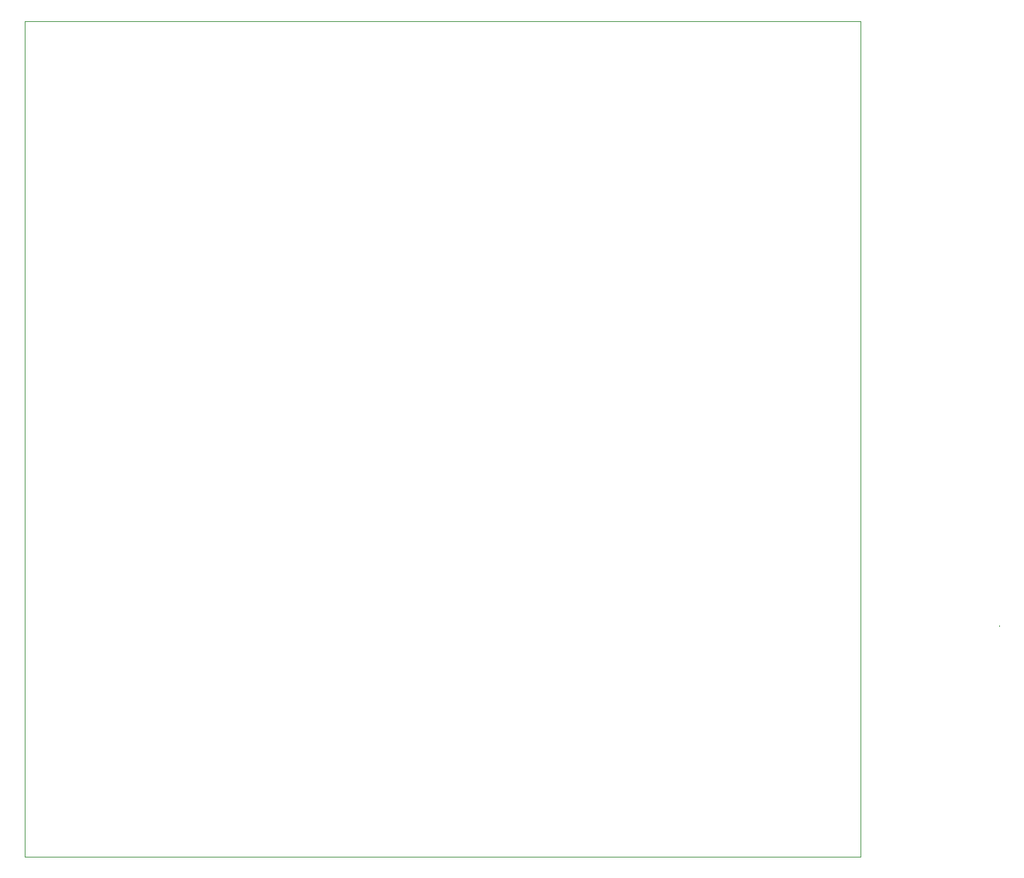
<source format=gm1>
G04 #@! TF.FileFunction,Profile,NP*
%FSLAX46Y46*%
G04 Gerber Fmt 4.6, Leading zero omitted, Abs format (unit mm)*
G04 Created by KiCad (PCBNEW 4.0.6-e0-6349~53~ubuntu16.04.1) date Sun May 21 20:45:15 2017*
%MOMM*%
%LPD*%
G01*
G04 APERTURE LIST*
%ADD10C,0.150000*%
%ADD11C,0.100000*%
G04 APERTURE END LIST*
D10*
D11*
X186000000Y-155000000D02*
X186000000Y-128000000D01*
X186000000Y-55000000D02*
X86000000Y-55000000D01*
X86000000Y-155000000D02*
X186000000Y-155000000D01*
X86000000Y-155000000D02*
X86000000Y-55000000D01*
X186000000Y-55000000D02*
X186000000Y-155000000D01*
X202600000Y-127300000D02*
X202600000Y-127400000D01*
M02*

</source>
